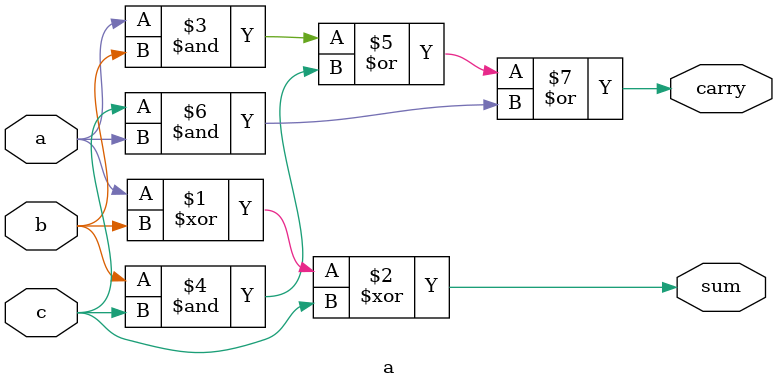
<source format=sv>
module a(input logic a,b,c,
			output logic sum,carry);
			
	assign sum=a^b^c;
	assign carry=a&b|b&c|c&a;

endmodule

</source>
